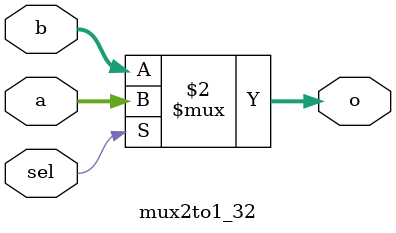
<source format=v>
`timescale 1ns / 1ps
module mux2to1_32(
	input [31:0] a,
	input [31:0] b,
	input sel,
	output [31:0] o);

	assign o = (sel == 32'b1) ? a : b;

endmodule

</source>
